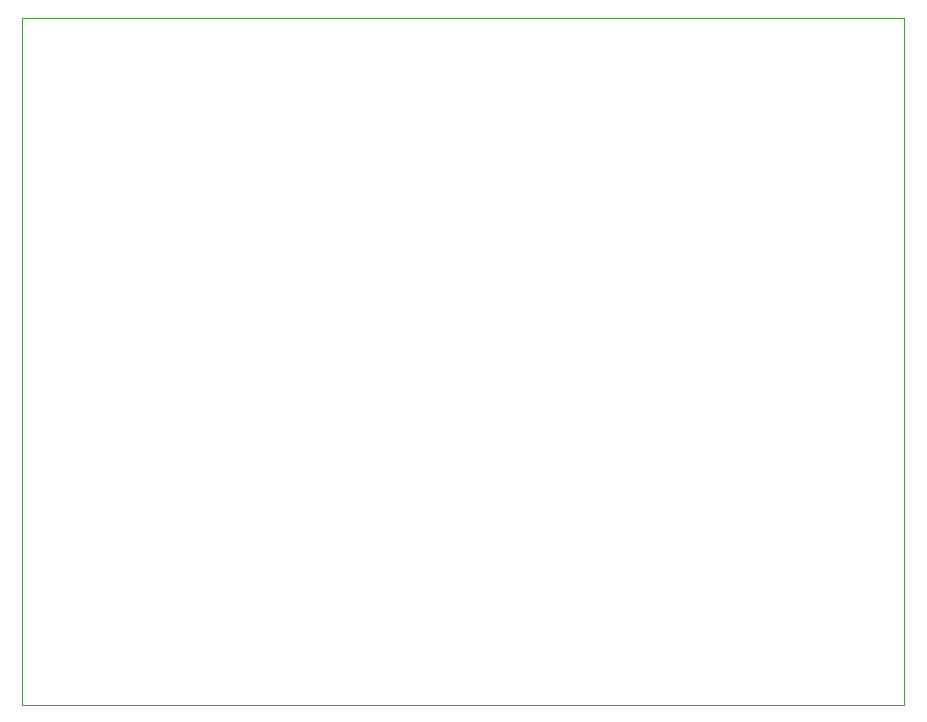
<source format=gbr>
G04 #@! TF.GenerationSoftware,KiCad,Pcbnew,(5.1.5)-3*
G04 #@! TF.CreationDate,2021-02-01T00:00:30+01:00*
G04 #@! TF.ProjectId,nadajnik_rev01,6e616461-6a6e-4696-9b5f-72657630312e,rev?*
G04 #@! TF.SameCoordinates,Original*
G04 #@! TF.FileFunction,Profile,NP*
%FSLAX46Y46*%
G04 Gerber Fmt 4.6, Leading zero omitted, Abs format (unit mm)*
G04 Created by KiCad (PCBNEW (5.1.5)-3) date 2021-02-01 00:00:30*
%MOMM*%
%LPD*%
G04 APERTURE LIST*
%ADD10C,0.050000*%
G04 APERTURE END LIST*
D10*
X88392000Y-55880000D02*
X88392000Y-114046000D01*
X163068000Y-55880000D02*
X88392000Y-55880000D01*
X163068000Y-114046000D02*
X163068000Y-55880000D01*
X88392000Y-114046000D02*
X163068000Y-114046000D01*
M02*

</source>
